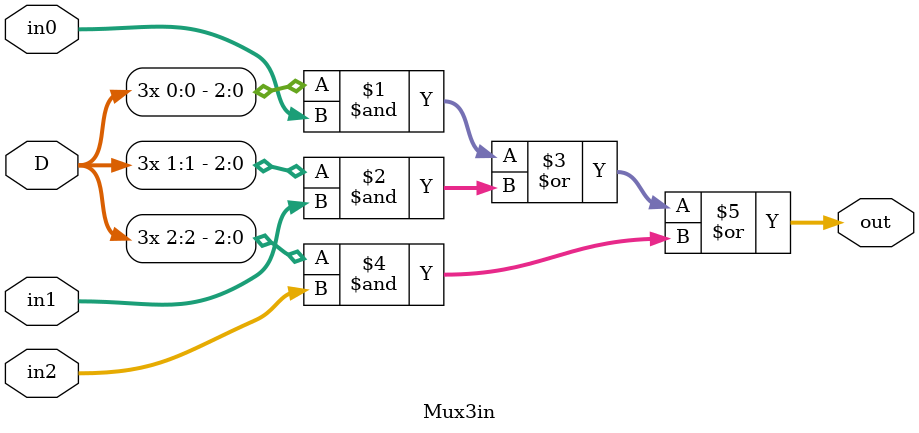
<source format=v>
module regfile(data_in, writenum, write, readnum, clk, data_out);
	input [15:0] data_in;
	input [2:0] writenum, readnum;
	input write, clk;
	output[15:0] data_out;

	wire decoder0, decoder1, decoder2, decoder3, decoder4, decoder5, decoder6, decoder7;
	wire[15:0] R0, R1, R2, R3, R4, R5, R6, R7,final;
	wire[7:0] oneHot,oneHot2;

	// turn both writenum and readnum to one-hot from binary
	Dec D1(writenum, oneHot);
	Dec D2(readnum, oneHot2);

	// if both oneHot and write values are 1 then send the signal to specific register
	assign decode0 = oneHot[0] & write;
	assign decode1 = oneHot[1] & write;
	assign decode2 = oneHot[2] & write;
	assign decode3 = oneHot[3] & write;
	assign decode4 = oneHot[4] & write;
	assign decode5 = oneHot[5] & write;
	assign decode6 = oneHot[6] & write;
	assign decode7 = oneHot[7] & write;

	// store data depending on which 
	loadEnableRegister REG0(clk, decode0, data_in, R0);
	loadEnableRegister REG1(clk, decode1, data_in, R1);
	loadEnableRegister REG2(clk, decode2, data_in, R2);
	loadEnableRegister REG3(clk, decode3, data_in, R3);
	loadEnableRegister REG4(clk, decode4, data_in, R4);
	loadEnableRegister REG5(clk, decode5, data_in, R5);
	loadEnableRegister REG6(clk, decode6, data_in, R6);
	loadEnableRegister REG7(clk, decode7, data_in, R7);

	//choose which register data should be output depending on readnum one-hot value
	Mux8in regOut(R0, R1, R2, R3, R4, R5, R6, R7, oneHot2, final);

	assign data_out = final;
endmodule

//decoder that turns a 3 bit binary value into a 8 bit one-hot code
module Dec(a, b);
	parameter n = 3;
	parameter m = 8;

	input [n-1:0] a;
	output [m-1:0] b;

	wire [m-1:0] b = 1 << a;
endmodule

//register with load enable for storing 16 bit values
module loadEnableRegister(clk, load, data_in, out);
	parameter n = 16;
  input clk, load;
  input  [n-1:0] data_in;
  output [n-1:0] out;
  reg    [n-1:0] out;
  wire   [n-1:0] next_out;

  assign next_out = load ? data_in : out;

  always @(posedge clk)
    out = next_out;  
endmodule 

//multiplexer for 8, 16 bit inputs
module Mux8in(R0, R1, R2, R3, R4, R5, R6, R7, D, out) ;
  parameter k = 16;
	input [k - 1:0] R0, R1, R2, R3, R4, R5, R6, R7;
  input [7:0] D;
  output [k - 1:0] out ;

	//copies the D value with each register input
  assign out = ({k{D[0]}} & R0) |
				({k{D[1]}} & R1) |
				({k{D[2]}} & R2) |
				({k{D[3]}} & R3) |
				({k{D[4]}} & R4) |
				({k{D[5]}} & R5) |
				({k{D[6]}} & R6) |
				({k{D[7]}} & R7);
endmodule

//multiplexer for 4, 16 bit inputs
module Mux4in(in0, in1, in2, in3, D, out) ;
  parameter k = 16;
  input [k - 1:0] in0, in1, in2, in3;
  input [3:0] D;
  output [k - 1:0] out ;

	//copies the D value with each input
  assign out = ({k{D[0]}} & in0) |
				({k{D[1]}} & in1) |
				({k{D[2]}} & in2) |
				({k{D[3]}} & in3);
endmodule 

module Mux3in(in0, in1, in2, D, out);
  parameter k = 3;
  input [k - 1:0] in0, in1, in2;
  input [2:0] D;
  output [k - 1:0] out;

	//copies the D value with each input
  assign out = ({k{D[0]}} & in0) |
				({k{D[1]}} & in1) |
				({k{D[2]}} & in2);
endmodule 
</source>
